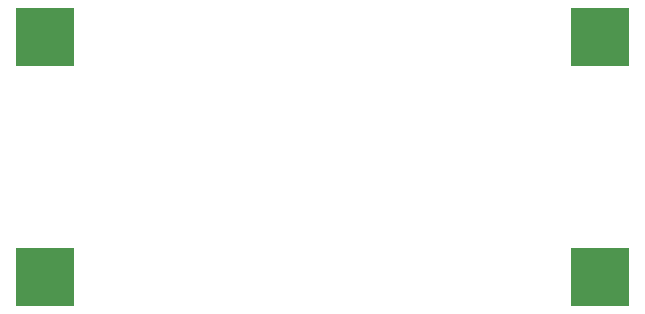
<source format=gbr>
G04 #@! TF.GenerationSoftware,KiCad,Pcbnew,(5.0.1)-3*
G04 #@! TF.CreationDate,2019-12-21T11:02:08-05:00*
G04 #@! TF.ProjectId,BMS Module,424D53204D6F64756C652E6B69636164,rev?*
G04 #@! TF.SameCoordinates,Original*
G04 #@! TF.FileFunction,Paste,Bot*
G04 #@! TF.FilePolarity,Positive*
%FSLAX46Y46*%
G04 Gerber Fmt 4.6, Leading zero omitted, Abs format (unit mm)*
G04 Created by KiCad (PCBNEW (5.0.1)-3) date 12/21/2019 11:02:08 AM*
%MOMM*%
%LPD*%
G01*
G04 APERTURE LIST*
%ADD10R,5.000000X5.000000*%
G04 APERTURE END LIST*
D10*
G04 #@! TO.C,J6*
X146050000Y-73660000D03*
G04 #@! TD*
G04 #@! TO.C,J3*
X99060000Y-93980000D03*
G04 #@! TD*
G04 #@! TO.C,J1*
X99060000Y-73660000D03*
G04 #@! TD*
G04 #@! TO.C,J8*
X146050000Y-93980000D03*
G04 #@! TD*
M02*

</source>
